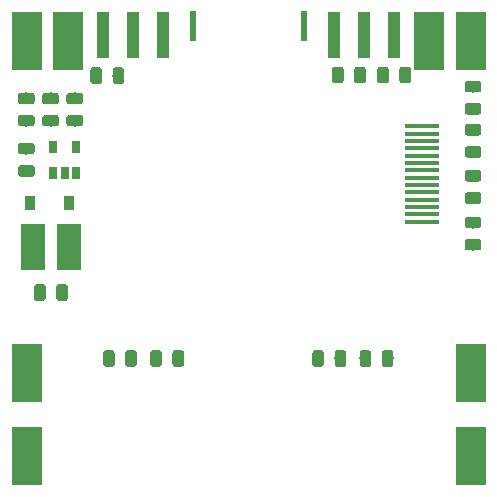
<source format=gbr>
G04 #@! TF.GenerationSoftware,KiCad,Pcbnew,(5.1.4)-1*
G04 #@! TF.CreationDate,2019-12-03T21:31:11+01:00*
G04 #@! TF.ProjectId,Top,546f702e-6b69-4636-9164-5f7063625858,rev?*
G04 #@! TF.SameCoordinates,Original*
G04 #@! TF.FileFunction,Paste,Bot*
G04 #@! TF.FilePolarity,Positive*
%FSLAX46Y46*%
G04 Gerber Fmt 4.6, Leading zero omitted, Abs format (unit mm)*
G04 Created by KiCad (PCBNEW (5.1.4)-1) date 2019-12-03 21:31:11*
%MOMM*%
%LPD*%
G04 APERTURE LIST*
%ADD10C,0.100000*%
%ADD11C,0.975000*%
%ADD12R,2.500000X5.000000*%
%ADD13R,2.000000X4.000000*%
%ADD14R,3.000000X0.320000*%
%ADD15R,1.000000X4.000000*%
%ADD16R,0.650000X1.060000*%
%ADD17R,0.900000X1.200000*%
%ADD18R,0.500000X2.500000*%
G04 APERTURE END LIST*
D10*
G36*
X132155142Y-102326174D02*
G01*
X132178803Y-102329684D01*
X132202007Y-102335496D01*
X132224529Y-102343554D01*
X132246153Y-102353782D01*
X132266670Y-102366079D01*
X132285883Y-102380329D01*
X132303607Y-102396393D01*
X132319671Y-102414117D01*
X132333921Y-102433330D01*
X132346218Y-102453847D01*
X132356446Y-102475471D01*
X132364504Y-102497993D01*
X132370316Y-102521197D01*
X132373826Y-102544858D01*
X132375000Y-102568750D01*
X132375000Y-103056250D01*
X132373826Y-103080142D01*
X132370316Y-103103803D01*
X132364504Y-103127007D01*
X132356446Y-103149529D01*
X132346218Y-103171153D01*
X132333921Y-103191670D01*
X132319671Y-103210883D01*
X132303607Y-103228607D01*
X132285883Y-103244671D01*
X132266670Y-103258921D01*
X132246153Y-103271218D01*
X132224529Y-103281446D01*
X132202007Y-103289504D01*
X132178803Y-103295316D01*
X132155142Y-103298826D01*
X132131250Y-103300000D01*
X131218750Y-103300000D01*
X131194858Y-103298826D01*
X131171197Y-103295316D01*
X131147993Y-103289504D01*
X131125471Y-103281446D01*
X131103847Y-103271218D01*
X131083330Y-103258921D01*
X131064117Y-103244671D01*
X131046393Y-103228607D01*
X131030329Y-103210883D01*
X131016079Y-103191670D01*
X131003782Y-103171153D01*
X130993554Y-103149529D01*
X130985496Y-103127007D01*
X130979684Y-103103803D01*
X130976174Y-103080142D01*
X130975000Y-103056250D01*
X130975000Y-102568750D01*
X130976174Y-102544858D01*
X130979684Y-102521197D01*
X130985496Y-102497993D01*
X130993554Y-102475471D01*
X131003782Y-102453847D01*
X131016079Y-102433330D01*
X131030329Y-102414117D01*
X131046393Y-102396393D01*
X131064117Y-102380329D01*
X131083330Y-102366079D01*
X131103847Y-102353782D01*
X131125471Y-102343554D01*
X131147993Y-102335496D01*
X131171197Y-102329684D01*
X131194858Y-102326174D01*
X131218750Y-102325000D01*
X132131250Y-102325000D01*
X132155142Y-102326174D01*
X132155142Y-102326174D01*
G37*
D11*
X131675000Y-102812500D03*
D10*
G36*
X132155142Y-104201174D02*
G01*
X132178803Y-104204684D01*
X132202007Y-104210496D01*
X132224529Y-104218554D01*
X132246153Y-104228782D01*
X132266670Y-104241079D01*
X132285883Y-104255329D01*
X132303607Y-104271393D01*
X132319671Y-104289117D01*
X132333921Y-104308330D01*
X132346218Y-104328847D01*
X132356446Y-104350471D01*
X132364504Y-104372993D01*
X132370316Y-104396197D01*
X132373826Y-104419858D01*
X132375000Y-104443750D01*
X132375000Y-104931250D01*
X132373826Y-104955142D01*
X132370316Y-104978803D01*
X132364504Y-105002007D01*
X132356446Y-105024529D01*
X132346218Y-105046153D01*
X132333921Y-105066670D01*
X132319671Y-105085883D01*
X132303607Y-105103607D01*
X132285883Y-105119671D01*
X132266670Y-105133921D01*
X132246153Y-105146218D01*
X132224529Y-105156446D01*
X132202007Y-105164504D01*
X132178803Y-105170316D01*
X132155142Y-105173826D01*
X132131250Y-105175000D01*
X131218750Y-105175000D01*
X131194858Y-105173826D01*
X131171197Y-105170316D01*
X131147993Y-105164504D01*
X131125471Y-105156446D01*
X131103847Y-105146218D01*
X131083330Y-105133921D01*
X131064117Y-105119671D01*
X131046393Y-105103607D01*
X131030329Y-105085883D01*
X131016079Y-105066670D01*
X131003782Y-105046153D01*
X130993554Y-105024529D01*
X130985496Y-105002007D01*
X130979684Y-104978803D01*
X130976174Y-104955142D01*
X130975000Y-104931250D01*
X130975000Y-104443750D01*
X130976174Y-104419858D01*
X130979684Y-104396197D01*
X130985496Y-104372993D01*
X130993554Y-104350471D01*
X131003782Y-104328847D01*
X131016079Y-104308330D01*
X131030329Y-104289117D01*
X131046393Y-104271393D01*
X131064117Y-104255329D01*
X131083330Y-104241079D01*
X131103847Y-104228782D01*
X131125471Y-104218554D01*
X131147993Y-104210496D01*
X131171197Y-104204684D01*
X131194858Y-104201174D01*
X131218750Y-104200000D01*
X132131250Y-104200000D01*
X132155142Y-104201174D01*
X132155142Y-104201174D01*
G37*
D11*
X131675000Y-104687500D03*
D12*
X165800000Y-97950000D03*
D13*
X135275000Y-115350000D03*
X132275000Y-115350000D03*
D14*
X165150000Y-105180000D03*
X165150000Y-105800000D03*
X165150000Y-106420000D03*
X165150000Y-107040000D03*
X165150000Y-107660000D03*
X165150000Y-108280000D03*
X165150000Y-108900000D03*
X165150000Y-109520000D03*
X165150000Y-110140000D03*
X165150000Y-110760000D03*
X165150000Y-111380000D03*
X165150000Y-112000000D03*
X165150000Y-112620000D03*
X165150000Y-113240000D03*
D15*
X157720000Y-97450000D03*
X160260000Y-97450000D03*
X162800000Y-97450000D03*
D12*
X169300000Y-97950000D03*
D16*
X135875000Y-109100000D03*
X134925000Y-109100000D03*
X133975000Y-109100000D03*
X133975000Y-106900000D03*
X135875000Y-106900000D03*
D12*
X131700000Y-97950000D03*
X135200000Y-97950000D03*
D10*
G36*
X134967642Y-118551174D02*
G01*
X134991303Y-118554684D01*
X135014507Y-118560496D01*
X135037029Y-118568554D01*
X135058653Y-118578782D01*
X135079170Y-118591079D01*
X135098383Y-118605329D01*
X135116107Y-118621393D01*
X135132171Y-118639117D01*
X135146421Y-118658330D01*
X135158718Y-118678847D01*
X135168946Y-118700471D01*
X135177004Y-118722993D01*
X135182816Y-118746197D01*
X135186326Y-118769858D01*
X135187500Y-118793750D01*
X135187500Y-119706250D01*
X135186326Y-119730142D01*
X135182816Y-119753803D01*
X135177004Y-119777007D01*
X135168946Y-119799529D01*
X135158718Y-119821153D01*
X135146421Y-119841670D01*
X135132171Y-119860883D01*
X135116107Y-119878607D01*
X135098383Y-119894671D01*
X135079170Y-119908921D01*
X135058653Y-119921218D01*
X135037029Y-119931446D01*
X135014507Y-119939504D01*
X134991303Y-119945316D01*
X134967642Y-119948826D01*
X134943750Y-119950000D01*
X134456250Y-119950000D01*
X134432358Y-119948826D01*
X134408697Y-119945316D01*
X134385493Y-119939504D01*
X134362971Y-119931446D01*
X134341347Y-119921218D01*
X134320830Y-119908921D01*
X134301617Y-119894671D01*
X134283893Y-119878607D01*
X134267829Y-119860883D01*
X134253579Y-119841670D01*
X134241282Y-119821153D01*
X134231054Y-119799529D01*
X134222996Y-119777007D01*
X134217184Y-119753803D01*
X134213674Y-119730142D01*
X134212500Y-119706250D01*
X134212500Y-118793750D01*
X134213674Y-118769858D01*
X134217184Y-118746197D01*
X134222996Y-118722993D01*
X134231054Y-118700471D01*
X134241282Y-118678847D01*
X134253579Y-118658330D01*
X134267829Y-118639117D01*
X134283893Y-118621393D01*
X134301617Y-118605329D01*
X134320830Y-118591079D01*
X134341347Y-118578782D01*
X134362971Y-118568554D01*
X134385493Y-118560496D01*
X134408697Y-118554684D01*
X134432358Y-118551174D01*
X134456250Y-118550000D01*
X134943750Y-118550000D01*
X134967642Y-118551174D01*
X134967642Y-118551174D01*
G37*
D11*
X134700000Y-119250000D03*
D10*
G36*
X133092642Y-118551174D02*
G01*
X133116303Y-118554684D01*
X133139507Y-118560496D01*
X133162029Y-118568554D01*
X133183653Y-118578782D01*
X133204170Y-118591079D01*
X133223383Y-118605329D01*
X133241107Y-118621393D01*
X133257171Y-118639117D01*
X133271421Y-118658330D01*
X133283718Y-118678847D01*
X133293946Y-118700471D01*
X133302004Y-118722993D01*
X133307816Y-118746197D01*
X133311326Y-118769858D01*
X133312500Y-118793750D01*
X133312500Y-119706250D01*
X133311326Y-119730142D01*
X133307816Y-119753803D01*
X133302004Y-119777007D01*
X133293946Y-119799529D01*
X133283718Y-119821153D01*
X133271421Y-119841670D01*
X133257171Y-119860883D01*
X133241107Y-119878607D01*
X133223383Y-119894671D01*
X133204170Y-119908921D01*
X133183653Y-119921218D01*
X133162029Y-119931446D01*
X133139507Y-119939504D01*
X133116303Y-119945316D01*
X133092642Y-119948826D01*
X133068750Y-119950000D01*
X132581250Y-119950000D01*
X132557358Y-119948826D01*
X132533697Y-119945316D01*
X132510493Y-119939504D01*
X132487971Y-119931446D01*
X132466347Y-119921218D01*
X132445830Y-119908921D01*
X132426617Y-119894671D01*
X132408893Y-119878607D01*
X132392829Y-119860883D01*
X132378579Y-119841670D01*
X132366282Y-119821153D01*
X132356054Y-119799529D01*
X132347996Y-119777007D01*
X132342184Y-119753803D01*
X132338674Y-119730142D01*
X132337500Y-119706250D01*
X132337500Y-118793750D01*
X132338674Y-118769858D01*
X132342184Y-118746197D01*
X132347996Y-118722993D01*
X132356054Y-118700471D01*
X132366282Y-118678847D01*
X132378579Y-118658330D01*
X132392829Y-118639117D01*
X132408893Y-118621393D01*
X132426617Y-118605329D01*
X132445830Y-118591079D01*
X132466347Y-118578782D01*
X132487971Y-118568554D01*
X132510493Y-118560496D01*
X132533697Y-118554684D01*
X132557358Y-118551174D01*
X132581250Y-118550000D01*
X133068750Y-118550000D01*
X133092642Y-118551174D01*
X133092642Y-118551174D01*
G37*
D11*
X132825000Y-119250000D03*
D10*
G36*
X169980142Y-114701174D02*
G01*
X170003803Y-114704684D01*
X170027007Y-114710496D01*
X170049529Y-114718554D01*
X170071153Y-114728782D01*
X170091670Y-114741079D01*
X170110883Y-114755329D01*
X170128607Y-114771393D01*
X170144671Y-114789117D01*
X170158921Y-114808330D01*
X170171218Y-114828847D01*
X170181446Y-114850471D01*
X170189504Y-114872993D01*
X170195316Y-114896197D01*
X170198826Y-114919858D01*
X170200000Y-114943750D01*
X170200000Y-115431250D01*
X170198826Y-115455142D01*
X170195316Y-115478803D01*
X170189504Y-115502007D01*
X170181446Y-115524529D01*
X170171218Y-115546153D01*
X170158921Y-115566670D01*
X170144671Y-115585883D01*
X170128607Y-115603607D01*
X170110883Y-115619671D01*
X170091670Y-115633921D01*
X170071153Y-115646218D01*
X170049529Y-115656446D01*
X170027007Y-115664504D01*
X170003803Y-115670316D01*
X169980142Y-115673826D01*
X169956250Y-115675000D01*
X169043750Y-115675000D01*
X169019858Y-115673826D01*
X168996197Y-115670316D01*
X168972993Y-115664504D01*
X168950471Y-115656446D01*
X168928847Y-115646218D01*
X168908330Y-115633921D01*
X168889117Y-115619671D01*
X168871393Y-115603607D01*
X168855329Y-115585883D01*
X168841079Y-115566670D01*
X168828782Y-115546153D01*
X168818554Y-115524529D01*
X168810496Y-115502007D01*
X168804684Y-115478803D01*
X168801174Y-115455142D01*
X168800000Y-115431250D01*
X168800000Y-114943750D01*
X168801174Y-114919858D01*
X168804684Y-114896197D01*
X168810496Y-114872993D01*
X168818554Y-114850471D01*
X168828782Y-114828847D01*
X168841079Y-114808330D01*
X168855329Y-114789117D01*
X168871393Y-114771393D01*
X168889117Y-114755329D01*
X168908330Y-114741079D01*
X168928847Y-114728782D01*
X168950471Y-114718554D01*
X168972993Y-114710496D01*
X168996197Y-114704684D01*
X169019858Y-114701174D01*
X169043750Y-114700000D01*
X169956250Y-114700000D01*
X169980142Y-114701174D01*
X169980142Y-114701174D01*
G37*
D11*
X169500000Y-115187500D03*
D10*
G36*
X169980142Y-112826174D02*
G01*
X170003803Y-112829684D01*
X170027007Y-112835496D01*
X170049529Y-112843554D01*
X170071153Y-112853782D01*
X170091670Y-112866079D01*
X170110883Y-112880329D01*
X170128607Y-112896393D01*
X170144671Y-112914117D01*
X170158921Y-112933330D01*
X170171218Y-112953847D01*
X170181446Y-112975471D01*
X170189504Y-112997993D01*
X170195316Y-113021197D01*
X170198826Y-113044858D01*
X170200000Y-113068750D01*
X170200000Y-113556250D01*
X170198826Y-113580142D01*
X170195316Y-113603803D01*
X170189504Y-113627007D01*
X170181446Y-113649529D01*
X170171218Y-113671153D01*
X170158921Y-113691670D01*
X170144671Y-113710883D01*
X170128607Y-113728607D01*
X170110883Y-113744671D01*
X170091670Y-113758921D01*
X170071153Y-113771218D01*
X170049529Y-113781446D01*
X170027007Y-113789504D01*
X170003803Y-113795316D01*
X169980142Y-113798826D01*
X169956250Y-113800000D01*
X169043750Y-113800000D01*
X169019858Y-113798826D01*
X168996197Y-113795316D01*
X168972993Y-113789504D01*
X168950471Y-113781446D01*
X168928847Y-113771218D01*
X168908330Y-113758921D01*
X168889117Y-113744671D01*
X168871393Y-113728607D01*
X168855329Y-113710883D01*
X168841079Y-113691670D01*
X168828782Y-113671153D01*
X168818554Y-113649529D01*
X168810496Y-113627007D01*
X168804684Y-113603803D01*
X168801174Y-113580142D01*
X168800000Y-113556250D01*
X168800000Y-113068750D01*
X168801174Y-113044858D01*
X168804684Y-113021197D01*
X168810496Y-112997993D01*
X168818554Y-112975471D01*
X168828782Y-112953847D01*
X168841079Y-112933330D01*
X168855329Y-112914117D01*
X168871393Y-112896393D01*
X168889117Y-112880329D01*
X168908330Y-112866079D01*
X168928847Y-112853782D01*
X168950471Y-112843554D01*
X168972993Y-112835496D01*
X168996197Y-112829684D01*
X169019858Y-112826174D01*
X169043750Y-112825000D01*
X169956250Y-112825000D01*
X169980142Y-112826174D01*
X169980142Y-112826174D01*
G37*
D11*
X169500000Y-113312500D03*
D10*
G36*
X169980142Y-108876174D02*
G01*
X170003803Y-108879684D01*
X170027007Y-108885496D01*
X170049529Y-108893554D01*
X170071153Y-108903782D01*
X170091670Y-108916079D01*
X170110883Y-108930329D01*
X170128607Y-108946393D01*
X170144671Y-108964117D01*
X170158921Y-108983330D01*
X170171218Y-109003847D01*
X170181446Y-109025471D01*
X170189504Y-109047993D01*
X170195316Y-109071197D01*
X170198826Y-109094858D01*
X170200000Y-109118750D01*
X170200000Y-109606250D01*
X170198826Y-109630142D01*
X170195316Y-109653803D01*
X170189504Y-109677007D01*
X170181446Y-109699529D01*
X170171218Y-109721153D01*
X170158921Y-109741670D01*
X170144671Y-109760883D01*
X170128607Y-109778607D01*
X170110883Y-109794671D01*
X170091670Y-109808921D01*
X170071153Y-109821218D01*
X170049529Y-109831446D01*
X170027007Y-109839504D01*
X170003803Y-109845316D01*
X169980142Y-109848826D01*
X169956250Y-109850000D01*
X169043750Y-109850000D01*
X169019858Y-109848826D01*
X168996197Y-109845316D01*
X168972993Y-109839504D01*
X168950471Y-109831446D01*
X168928847Y-109821218D01*
X168908330Y-109808921D01*
X168889117Y-109794671D01*
X168871393Y-109778607D01*
X168855329Y-109760883D01*
X168841079Y-109741670D01*
X168828782Y-109721153D01*
X168818554Y-109699529D01*
X168810496Y-109677007D01*
X168804684Y-109653803D01*
X168801174Y-109630142D01*
X168800000Y-109606250D01*
X168800000Y-109118750D01*
X168801174Y-109094858D01*
X168804684Y-109071197D01*
X168810496Y-109047993D01*
X168818554Y-109025471D01*
X168828782Y-109003847D01*
X168841079Y-108983330D01*
X168855329Y-108964117D01*
X168871393Y-108946393D01*
X168889117Y-108930329D01*
X168908330Y-108916079D01*
X168928847Y-108903782D01*
X168950471Y-108893554D01*
X168972993Y-108885496D01*
X168996197Y-108879684D01*
X169019858Y-108876174D01*
X169043750Y-108875000D01*
X169956250Y-108875000D01*
X169980142Y-108876174D01*
X169980142Y-108876174D01*
G37*
D11*
X169500000Y-109362500D03*
D10*
G36*
X169980142Y-110751174D02*
G01*
X170003803Y-110754684D01*
X170027007Y-110760496D01*
X170049529Y-110768554D01*
X170071153Y-110778782D01*
X170091670Y-110791079D01*
X170110883Y-110805329D01*
X170128607Y-110821393D01*
X170144671Y-110839117D01*
X170158921Y-110858330D01*
X170171218Y-110878847D01*
X170181446Y-110900471D01*
X170189504Y-110922993D01*
X170195316Y-110946197D01*
X170198826Y-110969858D01*
X170200000Y-110993750D01*
X170200000Y-111481250D01*
X170198826Y-111505142D01*
X170195316Y-111528803D01*
X170189504Y-111552007D01*
X170181446Y-111574529D01*
X170171218Y-111596153D01*
X170158921Y-111616670D01*
X170144671Y-111635883D01*
X170128607Y-111653607D01*
X170110883Y-111669671D01*
X170091670Y-111683921D01*
X170071153Y-111696218D01*
X170049529Y-111706446D01*
X170027007Y-111714504D01*
X170003803Y-111720316D01*
X169980142Y-111723826D01*
X169956250Y-111725000D01*
X169043750Y-111725000D01*
X169019858Y-111723826D01*
X168996197Y-111720316D01*
X168972993Y-111714504D01*
X168950471Y-111706446D01*
X168928847Y-111696218D01*
X168908330Y-111683921D01*
X168889117Y-111669671D01*
X168871393Y-111653607D01*
X168855329Y-111635883D01*
X168841079Y-111616670D01*
X168828782Y-111596153D01*
X168818554Y-111574529D01*
X168810496Y-111552007D01*
X168804684Y-111528803D01*
X168801174Y-111505142D01*
X168800000Y-111481250D01*
X168800000Y-110993750D01*
X168801174Y-110969858D01*
X168804684Y-110946197D01*
X168810496Y-110922993D01*
X168818554Y-110900471D01*
X168828782Y-110878847D01*
X168841079Y-110858330D01*
X168855329Y-110839117D01*
X168871393Y-110821393D01*
X168889117Y-110805329D01*
X168908330Y-110791079D01*
X168928847Y-110778782D01*
X168950471Y-110768554D01*
X168972993Y-110760496D01*
X168996197Y-110754684D01*
X169019858Y-110751174D01*
X169043750Y-110750000D01*
X169956250Y-110750000D01*
X169980142Y-110751174D01*
X169980142Y-110751174D01*
G37*
D11*
X169500000Y-111237500D03*
D10*
G36*
X169980142Y-104976174D02*
G01*
X170003803Y-104979684D01*
X170027007Y-104985496D01*
X170049529Y-104993554D01*
X170071153Y-105003782D01*
X170091670Y-105016079D01*
X170110883Y-105030329D01*
X170128607Y-105046393D01*
X170144671Y-105064117D01*
X170158921Y-105083330D01*
X170171218Y-105103847D01*
X170181446Y-105125471D01*
X170189504Y-105147993D01*
X170195316Y-105171197D01*
X170198826Y-105194858D01*
X170200000Y-105218750D01*
X170200000Y-105706250D01*
X170198826Y-105730142D01*
X170195316Y-105753803D01*
X170189504Y-105777007D01*
X170181446Y-105799529D01*
X170171218Y-105821153D01*
X170158921Y-105841670D01*
X170144671Y-105860883D01*
X170128607Y-105878607D01*
X170110883Y-105894671D01*
X170091670Y-105908921D01*
X170071153Y-105921218D01*
X170049529Y-105931446D01*
X170027007Y-105939504D01*
X170003803Y-105945316D01*
X169980142Y-105948826D01*
X169956250Y-105950000D01*
X169043750Y-105950000D01*
X169019858Y-105948826D01*
X168996197Y-105945316D01*
X168972993Y-105939504D01*
X168950471Y-105931446D01*
X168928847Y-105921218D01*
X168908330Y-105908921D01*
X168889117Y-105894671D01*
X168871393Y-105878607D01*
X168855329Y-105860883D01*
X168841079Y-105841670D01*
X168828782Y-105821153D01*
X168818554Y-105799529D01*
X168810496Y-105777007D01*
X168804684Y-105753803D01*
X168801174Y-105730142D01*
X168800000Y-105706250D01*
X168800000Y-105218750D01*
X168801174Y-105194858D01*
X168804684Y-105171197D01*
X168810496Y-105147993D01*
X168818554Y-105125471D01*
X168828782Y-105103847D01*
X168841079Y-105083330D01*
X168855329Y-105064117D01*
X168871393Y-105046393D01*
X168889117Y-105030329D01*
X168908330Y-105016079D01*
X168928847Y-105003782D01*
X168950471Y-104993554D01*
X168972993Y-104985496D01*
X168996197Y-104979684D01*
X169019858Y-104976174D01*
X169043750Y-104975000D01*
X169956250Y-104975000D01*
X169980142Y-104976174D01*
X169980142Y-104976174D01*
G37*
D11*
X169500000Y-105462500D03*
D10*
G36*
X169980142Y-106851174D02*
G01*
X170003803Y-106854684D01*
X170027007Y-106860496D01*
X170049529Y-106868554D01*
X170071153Y-106878782D01*
X170091670Y-106891079D01*
X170110883Y-106905329D01*
X170128607Y-106921393D01*
X170144671Y-106939117D01*
X170158921Y-106958330D01*
X170171218Y-106978847D01*
X170181446Y-107000471D01*
X170189504Y-107022993D01*
X170195316Y-107046197D01*
X170198826Y-107069858D01*
X170200000Y-107093750D01*
X170200000Y-107581250D01*
X170198826Y-107605142D01*
X170195316Y-107628803D01*
X170189504Y-107652007D01*
X170181446Y-107674529D01*
X170171218Y-107696153D01*
X170158921Y-107716670D01*
X170144671Y-107735883D01*
X170128607Y-107753607D01*
X170110883Y-107769671D01*
X170091670Y-107783921D01*
X170071153Y-107796218D01*
X170049529Y-107806446D01*
X170027007Y-107814504D01*
X170003803Y-107820316D01*
X169980142Y-107823826D01*
X169956250Y-107825000D01*
X169043750Y-107825000D01*
X169019858Y-107823826D01*
X168996197Y-107820316D01*
X168972993Y-107814504D01*
X168950471Y-107806446D01*
X168928847Y-107796218D01*
X168908330Y-107783921D01*
X168889117Y-107769671D01*
X168871393Y-107753607D01*
X168855329Y-107735883D01*
X168841079Y-107716670D01*
X168828782Y-107696153D01*
X168818554Y-107674529D01*
X168810496Y-107652007D01*
X168804684Y-107628803D01*
X168801174Y-107605142D01*
X168800000Y-107581250D01*
X168800000Y-107093750D01*
X168801174Y-107069858D01*
X168804684Y-107046197D01*
X168810496Y-107022993D01*
X168818554Y-107000471D01*
X168828782Y-106978847D01*
X168841079Y-106958330D01*
X168855329Y-106939117D01*
X168871393Y-106921393D01*
X168889117Y-106905329D01*
X168908330Y-106891079D01*
X168928847Y-106878782D01*
X168950471Y-106868554D01*
X168972993Y-106860496D01*
X168996197Y-106854684D01*
X169019858Y-106851174D01*
X169043750Y-106850000D01*
X169956250Y-106850000D01*
X169980142Y-106851174D01*
X169980142Y-106851174D01*
G37*
D11*
X169500000Y-107337500D03*
D10*
G36*
X158317642Y-100126174D02*
G01*
X158341303Y-100129684D01*
X158364507Y-100135496D01*
X158387029Y-100143554D01*
X158408653Y-100153782D01*
X158429170Y-100166079D01*
X158448383Y-100180329D01*
X158466107Y-100196393D01*
X158482171Y-100214117D01*
X158496421Y-100233330D01*
X158508718Y-100253847D01*
X158518946Y-100275471D01*
X158527004Y-100297993D01*
X158532816Y-100321197D01*
X158536326Y-100344858D01*
X158537500Y-100368750D01*
X158537500Y-101281250D01*
X158536326Y-101305142D01*
X158532816Y-101328803D01*
X158527004Y-101352007D01*
X158518946Y-101374529D01*
X158508718Y-101396153D01*
X158496421Y-101416670D01*
X158482171Y-101435883D01*
X158466107Y-101453607D01*
X158448383Y-101469671D01*
X158429170Y-101483921D01*
X158408653Y-101496218D01*
X158387029Y-101506446D01*
X158364507Y-101514504D01*
X158341303Y-101520316D01*
X158317642Y-101523826D01*
X158293750Y-101525000D01*
X157806250Y-101525000D01*
X157782358Y-101523826D01*
X157758697Y-101520316D01*
X157735493Y-101514504D01*
X157712971Y-101506446D01*
X157691347Y-101496218D01*
X157670830Y-101483921D01*
X157651617Y-101469671D01*
X157633893Y-101453607D01*
X157617829Y-101435883D01*
X157603579Y-101416670D01*
X157591282Y-101396153D01*
X157581054Y-101374529D01*
X157572996Y-101352007D01*
X157567184Y-101328803D01*
X157563674Y-101305142D01*
X157562500Y-101281250D01*
X157562500Y-100368750D01*
X157563674Y-100344858D01*
X157567184Y-100321197D01*
X157572996Y-100297993D01*
X157581054Y-100275471D01*
X157591282Y-100253847D01*
X157603579Y-100233330D01*
X157617829Y-100214117D01*
X157633893Y-100196393D01*
X157651617Y-100180329D01*
X157670830Y-100166079D01*
X157691347Y-100153782D01*
X157712971Y-100143554D01*
X157735493Y-100135496D01*
X157758697Y-100129684D01*
X157782358Y-100126174D01*
X157806250Y-100125000D01*
X158293750Y-100125000D01*
X158317642Y-100126174D01*
X158317642Y-100126174D01*
G37*
D11*
X158050000Y-100825000D03*
D10*
G36*
X160192642Y-100126174D02*
G01*
X160216303Y-100129684D01*
X160239507Y-100135496D01*
X160262029Y-100143554D01*
X160283653Y-100153782D01*
X160304170Y-100166079D01*
X160323383Y-100180329D01*
X160341107Y-100196393D01*
X160357171Y-100214117D01*
X160371421Y-100233330D01*
X160383718Y-100253847D01*
X160393946Y-100275471D01*
X160402004Y-100297993D01*
X160407816Y-100321197D01*
X160411326Y-100344858D01*
X160412500Y-100368750D01*
X160412500Y-101281250D01*
X160411326Y-101305142D01*
X160407816Y-101328803D01*
X160402004Y-101352007D01*
X160393946Y-101374529D01*
X160383718Y-101396153D01*
X160371421Y-101416670D01*
X160357171Y-101435883D01*
X160341107Y-101453607D01*
X160323383Y-101469671D01*
X160304170Y-101483921D01*
X160283653Y-101496218D01*
X160262029Y-101506446D01*
X160239507Y-101514504D01*
X160216303Y-101520316D01*
X160192642Y-101523826D01*
X160168750Y-101525000D01*
X159681250Y-101525000D01*
X159657358Y-101523826D01*
X159633697Y-101520316D01*
X159610493Y-101514504D01*
X159587971Y-101506446D01*
X159566347Y-101496218D01*
X159545830Y-101483921D01*
X159526617Y-101469671D01*
X159508893Y-101453607D01*
X159492829Y-101435883D01*
X159478579Y-101416670D01*
X159466282Y-101396153D01*
X159456054Y-101374529D01*
X159447996Y-101352007D01*
X159442184Y-101328803D01*
X159438674Y-101305142D01*
X159437500Y-101281250D01*
X159437500Y-100368750D01*
X159438674Y-100344858D01*
X159442184Y-100321197D01*
X159447996Y-100297993D01*
X159456054Y-100275471D01*
X159466282Y-100253847D01*
X159478579Y-100233330D01*
X159492829Y-100214117D01*
X159508893Y-100196393D01*
X159526617Y-100180329D01*
X159545830Y-100166079D01*
X159566347Y-100153782D01*
X159587971Y-100143554D01*
X159610493Y-100135496D01*
X159633697Y-100129684D01*
X159657358Y-100126174D01*
X159681250Y-100125000D01*
X160168750Y-100125000D01*
X160192642Y-100126174D01*
X160192642Y-100126174D01*
G37*
D11*
X159925000Y-100825000D03*
D10*
G36*
X164017642Y-100126174D02*
G01*
X164041303Y-100129684D01*
X164064507Y-100135496D01*
X164087029Y-100143554D01*
X164108653Y-100153782D01*
X164129170Y-100166079D01*
X164148383Y-100180329D01*
X164166107Y-100196393D01*
X164182171Y-100214117D01*
X164196421Y-100233330D01*
X164208718Y-100253847D01*
X164218946Y-100275471D01*
X164227004Y-100297993D01*
X164232816Y-100321197D01*
X164236326Y-100344858D01*
X164237500Y-100368750D01*
X164237500Y-101281250D01*
X164236326Y-101305142D01*
X164232816Y-101328803D01*
X164227004Y-101352007D01*
X164218946Y-101374529D01*
X164208718Y-101396153D01*
X164196421Y-101416670D01*
X164182171Y-101435883D01*
X164166107Y-101453607D01*
X164148383Y-101469671D01*
X164129170Y-101483921D01*
X164108653Y-101496218D01*
X164087029Y-101506446D01*
X164064507Y-101514504D01*
X164041303Y-101520316D01*
X164017642Y-101523826D01*
X163993750Y-101525000D01*
X163506250Y-101525000D01*
X163482358Y-101523826D01*
X163458697Y-101520316D01*
X163435493Y-101514504D01*
X163412971Y-101506446D01*
X163391347Y-101496218D01*
X163370830Y-101483921D01*
X163351617Y-101469671D01*
X163333893Y-101453607D01*
X163317829Y-101435883D01*
X163303579Y-101416670D01*
X163291282Y-101396153D01*
X163281054Y-101374529D01*
X163272996Y-101352007D01*
X163267184Y-101328803D01*
X163263674Y-101305142D01*
X163262500Y-101281250D01*
X163262500Y-100368750D01*
X163263674Y-100344858D01*
X163267184Y-100321197D01*
X163272996Y-100297993D01*
X163281054Y-100275471D01*
X163291282Y-100253847D01*
X163303579Y-100233330D01*
X163317829Y-100214117D01*
X163333893Y-100196393D01*
X163351617Y-100180329D01*
X163370830Y-100166079D01*
X163391347Y-100153782D01*
X163412971Y-100143554D01*
X163435493Y-100135496D01*
X163458697Y-100129684D01*
X163482358Y-100126174D01*
X163506250Y-100125000D01*
X163993750Y-100125000D01*
X164017642Y-100126174D01*
X164017642Y-100126174D01*
G37*
D11*
X163750000Y-100825000D03*
D10*
G36*
X162142642Y-100126174D02*
G01*
X162166303Y-100129684D01*
X162189507Y-100135496D01*
X162212029Y-100143554D01*
X162233653Y-100153782D01*
X162254170Y-100166079D01*
X162273383Y-100180329D01*
X162291107Y-100196393D01*
X162307171Y-100214117D01*
X162321421Y-100233330D01*
X162333718Y-100253847D01*
X162343946Y-100275471D01*
X162352004Y-100297993D01*
X162357816Y-100321197D01*
X162361326Y-100344858D01*
X162362500Y-100368750D01*
X162362500Y-101281250D01*
X162361326Y-101305142D01*
X162357816Y-101328803D01*
X162352004Y-101352007D01*
X162343946Y-101374529D01*
X162333718Y-101396153D01*
X162321421Y-101416670D01*
X162307171Y-101435883D01*
X162291107Y-101453607D01*
X162273383Y-101469671D01*
X162254170Y-101483921D01*
X162233653Y-101496218D01*
X162212029Y-101506446D01*
X162189507Y-101514504D01*
X162166303Y-101520316D01*
X162142642Y-101523826D01*
X162118750Y-101525000D01*
X161631250Y-101525000D01*
X161607358Y-101523826D01*
X161583697Y-101520316D01*
X161560493Y-101514504D01*
X161537971Y-101506446D01*
X161516347Y-101496218D01*
X161495830Y-101483921D01*
X161476617Y-101469671D01*
X161458893Y-101453607D01*
X161442829Y-101435883D01*
X161428579Y-101416670D01*
X161416282Y-101396153D01*
X161406054Y-101374529D01*
X161397996Y-101352007D01*
X161392184Y-101328803D01*
X161388674Y-101305142D01*
X161387500Y-101281250D01*
X161387500Y-100368750D01*
X161388674Y-100344858D01*
X161392184Y-100321197D01*
X161397996Y-100297993D01*
X161406054Y-100275471D01*
X161416282Y-100253847D01*
X161428579Y-100233330D01*
X161442829Y-100214117D01*
X161458893Y-100196393D01*
X161476617Y-100180329D01*
X161495830Y-100166079D01*
X161516347Y-100153782D01*
X161537971Y-100143554D01*
X161560493Y-100135496D01*
X161583697Y-100129684D01*
X161607358Y-100126174D01*
X161631250Y-100125000D01*
X162118750Y-100125000D01*
X162142642Y-100126174D01*
X162142642Y-100126174D01*
G37*
D11*
X161875000Y-100825000D03*
D10*
G36*
X134205142Y-104201174D02*
G01*
X134228803Y-104204684D01*
X134252007Y-104210496D01*
X134274529Y-104218554D01*
X134296153Y-104228782D01*
X134316670Y-104241079D01*
X134335883Y-104255329D01*
X134353607Y-104271393D01*
X134369671Y-104289117D01*
X134383921Y-104308330D01*
X134396218Y-104328847D01*
X134406446Y-104350471D01*
X134414504Y-104372993D01*
X134420316Y-104396197D01*
X134423826Y-104419858D01*
X134425000Y-104443750D01*
X134425000Y-104931250D01*
X134423826Y-104955142D01*
X134420316Y-104978803D01*
X134414504Y-105002007D01*
X134406446Y-105024529D01*
X134396218Y-105046153D01*
X134383921Y-105066670D01*
X134369671Y-105085883D01*
X134353607Y-105103607D01*
X134335883Y-105119671D01*
X134316670Y-105133921D01*
X134296153Y-105146218D01*
X134274529Y-105156446D01*
X134252007Y-105164504D01*
X134228803Y-105170316D01*
X134205142Y-105173826D01*
X134181250Y-105175000D01*
X133268750Y-105175000D01*
X133244858Y-105173826D01*
X133221197Y-105170316D01*
X133197993Y-105164504D01*
X133175471Y-105156446D01*
X133153847Y-105146218D01*
X133133330Y-105133921D01*
X133114117Y-105119671D01*
X133096393Y-105103607D01*
X133080329Y-105085883D01*
X133066079Y-105066670D01*
X133053782Y-105046153D01*
X133043554Y-105024529D01*
X133035496Y-105002007D01*
X133029684Y-104978803D01*
X133026174Y-104955142D01*
X133025000Y-104931250D01*
X133025000Y-104443750D01*
X133026174Y-104419858D01*
X133029684Y-104396197D01*
X133035496Y-104372993D01*
X133043554Y-104350471D01*
X133053782Y-104328847D01*
X133066079Y-104308330D01*
X133080329Y-104289117D01*
X133096393Y-104271393D01*
X133114117Y-104255329D01*
X133133330Y-104241079D01*
X133153847Y-104228782D01*
X133175471Y-104218554D01*
X133197993Y-104210496D01*
X133221197Y-104204684D01*
X133244858Y-104201174D01*
X133268750Y-104200000D01*
X134181250Y-104200000D01*
X134205142Y-104201174D01*
X134205142Y-104201174D01*
G37*
D11*
X133725000Y-104687500D03*
D10*
G36*
X134205142Y-102326174D02*
G01*
X134228803Y-102329684D01*
X134252007Y-102335496D01*
X134274529Y-102343554D01*
X134296153Y-102353782D01*
X134316670Y-102366079D01*
X134335883Y-102380329D01*
X134353607Y-102396393D01*
X134369671Y-102414117D01*
X134383921Y-102433330D01*
X134396218Y-102453847D01*
X134406446Y-102475471D01*
X134414504Y-102497993D01*
X134420316Y-102521197D01*
X134423826Y-102544858D01*
X134425000Y-102568750D01*
X134425000Y-103056250D01*
X134423826Y-103080142D01*
X134420316Y-103103803D01*
X134414504Y-103127007D01*
X134406446Y-103149529D01*
X134396218Y-103171153D01*
X134383921Y-103191670D01*
X134369671Y-103210883D01*
X134353607Y-103228607D01*
X134335883Y-103244671D01*
X134316670Y-103258921D01*
X134296153Y-103271218D01*
X134274529Y-103281446D01*
X134252007Y-103289504D01*
X134228803Y-103295316D01*
X134205142Y-103298826D01*
X134181250Y-103300000D01*
X133268750Y-103300000D01*
X133244858Y-103298826D01*
X133221197Y-103295316D01*
X133197993Y-103289504D01*
X133175471Y-103281446D01*
X133153847Y-103271218D01*
X133133330Y-103258921D01*
X133114117Y-103244671D01*
X133096393Y-103228607D01*
X133080329Y-103210883D01*
X133066079Y-103191670D01*
X133053782Y-103171153D01*
X133043554Y-103149529D01*
X133035496Y-103127007D01*
X133029684Y-103103803D01*
X133026174Y-103080142D01*
X133025000Y-103056250D01*
X133025000Y-102568750D01*
X133026174Y-102544858D01*
X133029684Y-102521197D01*
X133035496Y-102497993D01*
X133043554Y-102475471D01*
X133053782Y-102453847D01*
X133066079Y-102433330D01*
X133080329Y-102414117D01*
X133096393Y-102396393D01*
X133114117Y-102380329D01*
X133133330Y-102366079D01*
X133153847Y-102353782D01*
X133175471Y-102343554D01*
X133197993Y-102335496D01*
X133221197Y-102329684D01*
X133244858Y-102326174D01*
X133268750Y-102325000D01*
X134181250Y-102325000D01*
X134205142Y-102326174D01*
X134205142Y-102326174D01*
G37*
D11*
X133725000Y-102812500D03*
D10*
G36*
X139730142Y-100176174D02*
G01*
X139753803Y-100179684D01*
X139777007Y-100185496D01*
X139799529Y-100193554D01*
X139821153Y-100203782D01*
X139841670Y-100216079D01*
X139860883Y-100230329D01*
X139878607Y-100246393D01*
X139894671Y-100264117D01*
X139908921Y-100283330D01*
X139921218Y-100303847D01*
X139931446Y-100325471D01*
X139939504Y-100347993D01*
X139945316Y-100371197D01*
X139948826Y-100394858D01*
X139950000Y-100418750D01*
X139950000Y-101331250D01*
X139948826Y-101355142D01*
X139945316Y-101378803D01*
X139939504Y-101402007D01*
X139931446Y-101424529D01*
X139921218Y-101446153D01*
X139908921Y-101466670D01*
X139894671Y-101485883D01*
X139878607Y-101503607D01*
X139860883Y-101519671D01*
X139841670Y-101533921D01*
X139821153Y-101546218D01*
X139799529Y-101556446D01*
X139777007Y-101564504D01*
X139753803Y-101570316D01*
X139730142Y-101573826D01*
X139706250Y-101575000D01*
X139218750Y-101575000D01*
X139194858Y-101573826D01*
X139171197Y-101570316D01*
X139147993Y-101564504D01*
X139125471Y-101556446D01*
X139103847Y-101546218D01*
X139083330Y-101533921D01*
X139064117Y-101519671D01*
X139046393Y-101503607D01*
X139030329Y-101485883D01*
X139016079Y-101466670D01*
X139003782Y-101446153D01*
X138993554Y-101424529D01*
X138985496Y-101402007D01*
X138979684Y-101378803D01*
X138976174Y-101355142D01*
X138975000Y-101331250D01*
X138975000Y-100418750D01*
X138976174Y-100394858D01*
X138979684Y-100371197D01*
X138985496Y-100347993D01*
X138993554Y-100325471D01*
X139003782Y-100303847D01*
X139016079Y-100283330D01*
X139030329Y-100264117D01*
X139046393Y-100246393D01*
X139064117Y-100230329D01*
X139083330Y-100216079D01*
X139103847Y-100203782D01*
X139125471Y-100193554D01*
X139147993Y-100185496D01*
X139171197Y-100179684D01*
X139194858Y-100176174D01*
X139218750Y-100175000D01*
X139706250Y-100175000D01*
X139730142Y-100176174D01*
X139730142Y-100176174D01*
G37*
D11*
X139462500Y-100875000D03*
D10*
G36*
X137855142Y-100176174D02*
G01*
X137878803Y-100179684D01*
X137902007Y-100185496D01*
X137924529Y-100193554D01*
X137946153Y-100203782D01*
X137966670Y-100216079D01*
X137985883Y-100230329D01*
X138003607Y-100246393D01*
X138019671Y-100264117D01*
X138033921Y-100283330D01*
X138046218Y-100303847D01*
X138056446Y-100325471D01*
X138064504Y-100347993D01*
X138070316Y-100371197D01*
X138073826Y-100394858D01*
X138075000Y-100418750D01*
X138075000Y-101331250D01*
X138073826Y-101355142D01*
X138070316Y-101378803D01*
X138064504Y-101402007D01*
X138056446Y-101424529D01*
X138046218Y-101446153D01*
X138033921Y-101466670D01*
X138019671Y-101485883D01*
X138003607Y-101503607D01*
X137985883Y-101519671D01*
X137966670Y-101533921D01*
X137946153Y-101546218D01*
X137924529Y-101556446D01*
X137902007Y-101564504D01*
X137878803Y-101570316D01*
X137855142Y-101573826D01*
X137831250Y-101575000D01*
X137343750Y-101575000D01*
X137319858Y-101573826D01*
X137296197Y-101570316D01*
X137272993Y-101564504D01*
X137250471Y-101556446D01*
X137228847Y-101546218D01*
X137208330Y-101533921D01*
X137189117Y-101519671D01*
X137171393Y-101503607D01*
X137155329Y-101485883D01*
X137141079Y-101466670D01*
X137128782Y-101446153D01*
X137118554Y-101424529D01*
X137110496Y-101402007D01*
X137104684Y-101378803D01*
X137101174Y-101355142D01*
X137100000Y-101331250D01*
X137100000Y-100418750D01*
X137101174Y-100394858D01*
X137104684Y-100371197D01*
X137110496Y-100347993D01*
X137118554Y-100325471D01*
X137128782Y-100303847D01*
X137141079Y-100283330D01*
X137155329Y-100264117D01*
X137171393Y-100246393D01*
X137189117Y-100230329D01*
X137208330Y-100216079D01*
X137228847Y-100203782D01*
X137250471Y-100193554D01*
X137272993Y-100185496D01*
X137296197Y-100179684D01*
X137319858Y-100176174D01*
X137343750Y-100175000D01*
X137831250Y-100175000D01*
X137855142Y-100176174D01*
X137855142Y-100176174D01*
G37*
D11*
X137587500Y-100875000D03*
D10*
G36*
X132155142Y-108451174D02*
G01*
X132178803Y-108454684D01*
X132202007Y-108460496D01*
X132224529Y-108468554D01*
X132246153Y-108478782D01*
X132266670Y-108491079D01*
X132285883Y-108505329D01*
X132303607Y-108521393D01*
X132319671Y-108539117D01*
X132333921Y-108558330D01*
X132346218Y-108578847D01*
X132356446Y-108600471D01*
X132364504Y-108622993D01*
X132370316Y-108646197D01*
X132373826Y-108669858D01*
X132375000Y-108693750D01*
X132375000Y-109181250D01*
X132373826Y-109205142D01*
X132370316Y-109228803D01*
X132364504Y-109252007D01*
X132356446Y-109274529D01*
X132346218Y-109296153D01*
X132333921Y-109316670D01*
X132319671Y-109335883D01*
X132303607Y-109353607D01*
X132285883Y-109369671D01*
X132266670Y-109383921D01*
X132246153Y-109396218D01*
X132224529Y-109406446D01*
X132202007Y-109414504D01*
X132178803Y-109420316D01*
X132155142Y-109423826D01*
X132131250Y-109425000D01*
X131218750Y-109425000D01*
X131194858Y-109423826D01*
X131171197Y-109420316D01*
X131147993Y-109414504D01*
X131125471Y-109406446D01*
X131103847Y-109396218D01*
X131083330Y-109383921D01*
X131064117Y-109369671D01*
X131046393Y-109353607D01*
X131030329Y-109335883D01*
X131016079Y-109316670D01*
X131003782Y-109296153D01*
X130993554Y-109274529D01*
X130985496Y-109252007D01*
X130979684Y-109228803D01*
X130976174Y-109205142D01*
X130975000Y-109181250D01*
X130975000Y-108693750D01*
X130976174Y-108669858D01*
X130979684Y-108646197D01*
X130985496Y-108622993D01*
X130993554Y-108600471D01*
X131003782Y-108578847D01*
X131016079Y-108558330D01*
X131030329Y-108539117D01*
X131046393Y-108521393D01*
X131064117Y-108505329D01*
X131083330Y-108491079D01*
X131103847Y-108478782D01*
X131125471Y-108468554D01*
X131147993Y-108460496D01*
X131171197Y-108454684D01*
X131194858Y-108451174D01*
X131218750Y-108450000D01*
X132131250Y-108450000D01*
X132155142Y-108451174D01*
X132155142Y-108451174D01*
G37*
D11*
X131675000Y-108937500D03*
D10*
G36*
X132155142Y-106576174D02*
G01*
X132178803Y-106579684D01*
X132202007Y-106585496D01*
X132224529Y-106593554D01*
X132246153Y-106603782D01*
X132266670Y-106616079D01*
X132285883Y-106630329D01*
X132303607Y-106646393D01*
X132319671Y-106664117D01*
X132333921Y-106683330D01*
X132346218Y-106703847D01*
X132356446Y-106725471D01*
X132364504Y-106747993D01*
X132370316Y-106771197D01*
X132373826Y-106794858D01*
X132375000Y-106818750D01*
X132375000Y-107306250D01*
X132373826Y-107330142D01*
X132370316Y-107353803D01*
X132364504Y-107377007D01*
X132356446Y-107399529D01*
X132346218Y-107421153D01*
X132333921Y-107441670D01*
X132319671Y-107460883D01*
X132303607Y-107478607D01*
X132285883Y-107494671D01*
X132266670Y-107508921D01*
X132246153Y-107521218D01*
X132224529Y-107531446D01*
X132202007Y-107539504D01*
X132178803Y-107545316D01*
X132155142Y-107548826D01*
X132131250Y-107550000D01*
X131218750Y-107550000D01*
X131194858Y-107548826D01*
X131171197Y-107545316D01*
X131147993Y-107539504D01*
X131125471Y-107531446D01*
X131103847Y-107521218D01*
X131083330Y-107508921D01*
X131064117Y-107494671D01*
X131046393Y-107478607D01*
X131030329Y-107460883D01*
X131016079Y-107441670D01*
X131003782Y-107421153D01*
X130993554Y-107399529D01*
X130985496Y-107377007D01*
X130979684Y-107353803D01*
X130976174Y-107330142D01*
X130975000Y-107306250D01*
X130975000Y-106818750D01*
X130976174Y-106794858D01*
X130979684Y-106771197D01*
X130985496Y-106747993D01*
X130993554Y-106725471D01*
X131003782Y-106703847D01*
X131016079Y-106683330D01*
X131030329Y-106664117D01*
X131046393Y-106646393D01*
X131064117Y-106630329D01*
X131083330Y-106616079D01*
X131103847Y-106603782D01*
X131125471Y-106593554D01*
X131147993Y-106585496D01*
X131171197Y-106579684D01*
X131194858Y-106576174D01*
X131218750Y-106575000D01*
X132131250Y-106575000D01*
X132155142Y-106576174D01*
X132155142Y-106576174D01*
G37*
D11*
X131675000Y-107062500D03*
D10*
G36*
X136255142Y-104201174D02*
G01*
X136278803Y-104204684D01*
X136302007Y-104210496D01*
X136324529Y-104218554D01*
X136346153Y-104228782D01*
X136366670Y-104241079D01*
X136385883Y-104255329D01*
X136403607Y-104271393D01*
X136419671Y-104289117D01*
X136433921Y-104308330D01*
X136446218Y-104328847D01*
X136456446Y-104350471D01*
X136464504Y-104372993D01*
X136470316Y-104396197D01*
X136473826Y-104419858D01*
X136475000Y-104443750D01*
X136475000Y-104931250D01*
X136473826Y-104955142D01*
X136470316Y-104978803D01*
X136464504Y-105002007D01*
X136456446Y-105024529D01*
X136446218Y-105046153D01*
X136433921Y-105066670D01*
X136419671Y-105085883D01*
X136403607Y-105103607D01*
X136385883Y-105119671D01*
X136366670Y-105133921D01*
X136346153Y-105146218D01*
X136324529Y-105156446D01*
X136302007Y-105164504D01*
X136278803Y-105170316D01*
X136255142Y-105173826D01*
X136231250Y-105175000D01*
X135318750Y-105175000D01*
X135294858Y-105173826D01*
X135271197Y-105170316D01*
X135247993Y-105164504D01*
X135225471Y-105156446D01*
X135203847Y-105146218D01*
X135183330Y-105133921D01*
X135164117Y-105119671D01*
X135146393Y-105103607D01*
X135130329Y-105085883D01*
X135116079Y-105066670D01*
X135103782Y-105046153D01*
X135093554Y-105024529D01*
X135085496Y-105002007D01*
X135079684Y-104978803D01*
X135076174Y-104955142D01*
X135075000Y-104931250D01*
X135075000Y-104443750D01*
X135076174Y-104419858D01*
X135079684Y-104396197D01*
X135085496Y-104372993D01*
X135093554Y-104350471D01*
X135103782Y-104328847D01*
X135116079Y-104308330D01*
X135130329Y-104289117D01*
X135146393Y-104271393D01*
X135164117Y-104255329D01*
X135183330Y-104241079D01*
X135203847Y-104228782D01*
X135225471Y-104218554D01*
X135247993Y-104210496D01*
X135271197Y-104204684D01*
X135294858Y-104201174D01*
X135318750Y-104200000D01*
X136231250Y-104200000D01*
X136255142Y-104201174D01*
X136255142Y-104201174D01*
G37*
D11*
X135775000Y-104687500D03*
D10*
G36*
X136255142Y-102326174D02*
G01*
X136278803Y-102329684D01*
X136302007Y-102335496D01*
X136324529Y-102343554D01*
X136346153Y-102353782D01*
X136366670Y-102366079D01*
X136385883Y-102380329D01*
X136403607Y-102396393D01*
X136419671Y-102414117D01*
X136433921Y-102433330D01*
X136446218Y-102453847D01*
X136456446Y-102475471D01*
X136464504Y-102497993D01*
X136470316Y-102521197D01*
X136473826Y-102544858D01*
X136475000Y-102568750D01*
X136475000Y-103056250D01*
X136473826Y-103080142D01*
X136470316Y-103103803D01*
X136464504Y-103127007D01*
X136456446Y-103149529D01*
X136446218Y-103171153D01*
X136433921Y-103191670D01*
X136419671Y-103210883D01*
X136403607Y-103228607D01*
X136385883Y-103244671D01*
X136366670Y-103258921D01*
X136346153Y-103271218D01*
X136324529Y-103281446D01*
X136302007Y-103289504D01*
X136278803Y-103295316D01*
X136255142Y-103298826D01*
X136231250Y-103300000D01*
X135318750Y-103300000D01*
X135294858Y-103298826D01*
X135271197Y-103295316D01*
X135247993Y-103289504D01*
X135225471Y-103281446D01*
X135203847Y-103271218D01*
X135183330Y-103258921D01*
X135164117Y-103244671D01*
X135146393Y-103228607D01*
X135130329Y-103210883D01*
X135116079Y-103191670D01*
X135103782Y-103171153D01*
X135093554Y-103149529D01*
X135085496Y-103127007D01*
X135079684Y-103103803D01*
X135076174Y-103080142D01*
X135075000Y-103056250D01*
X135075000Y-102568750D01*
X135076174Y-102544858D01*
X135079684Y-102521197D01*
X135085496Y-102497993D01*
X135093554Y-102475471D01*
X135103782Y-102453847D01*
X135116079Y-102433330D01*
X135130329Y-102414117D01*
X135146393Y-102396393D01*
X135164117Y-102380329D01*
X135183330Y-102366079D01*
X135203847Y-102353782D01*
X135225471Y-102343554D01*
X135247993Y-102335496D01*
X135271197Y-102329684D01*
X135294858Y-102326174D01*
X135318750Y-102325000D01*
X136231250Y-102325000D01*
X136255142Y-102326174D01*
X136255142Y-102326174D01*
G37*
D11*
X135775000Y-102812500D03*
D10*
G36*
X169980142Y-101326174D02*
G01*
X170003803Y-101329684D01*
X170027007Y-101335496D01*
X170049529Y-101343554D01*
X170071153Y-101353782D01*
X170091670Y-101366079D01*
X170110883Y-101380329D01*
X170128607Y-101396393D01*
X170144671Y-101414117D01*
X170158921Y-101433330D01*
X170171218Y-101453847D01*
X170181446Y-101475471D01*
X170189504Y-101497993D01*
X170195316Y-101521197D01*
X170198826Y-101544858D01*
X170200000Y-101568750D01*
X170200000Y-102056250D01*
X170198826Y-102080142D01*
X170195316Y-102103803D01*
X170189504Y-102127007D01*
X170181446Y-102149529D01*
X170171218Y-102171153D01*
X170158921Y-102191670D01*
X170144671Y-102210883D01*
X170128607Y-102228607D01*
X170110883Y-102244671D01*
X170091670Y-102258921D01*
X170071153Y-102271218D01*
X170049529Y-102281446D01*
X170027007Y-102289504D01*
X170003803Y-102295316D01*
X169980142Y-102298826D01*
X169956250Y-102300000D01*
X169043750Y-102300000D01*
X169019858Y-102298826D01*
X168996197Y-102295316D01*
X168972993Y-102289504D01*
X168950471Y-102281446D01*
X168928847Y-102271218D01*
X168908330Y-102258921D01*
X168889117Y-102244671D01*
X168871393Y-102228607D01*
X168855329Y-102210883D01*
X168841079Y-102191670D01*
X168828782Y-102171153D01*
X168818554Y-102149529D01*
X168810496Y-102127007D01*
X168804684Y-102103803D01*
X168801174Y-102080142D01*
X168800000Y-102056250D01*
X168800000Y-101568750D01*
X168801174Y-101544858D01*
X168804684Y-101521197D01*
X168810496Y-101497993D01*
X168818554Y-101475471D01*
X168828782Y-101453847D01*
X168841079Y-101433330D01*
X168855329Y-101414117D01*
X168871393Y-101396393D01*
X168889117Y-101380329D01*
X168908330Y-101366079D01*
X168928847Y-101353782D01*
X168950471Y-101343554D01*
X168972993Y-101335496D01*
X168996197Y-101329684D01*
X169019858Y-101326174D01*
X169043750Y-101325000D01*
X169956250Y-101325000D01*
X169980142Y-101326174D01*
X169980142Y-101326174D01*
G37*
D11*
X169500000Y-101812500D03*
D10*
G36*
X169980142Y-103201174D02*
G01*
X170003803Y-103204684D01*
X170027007Y-103210496D01*
X170049529Y-103218554D01*
X170071153Y-103228782D01*
X170091670Y-103241079D01*
X170110883Y-103255329D01*
X170128607Y-103271393D01*
X170144671Y-103289117D01*
X170158921Y-103308330D01*
X170171218Y-103328847D01*
X170181446Y-103350471D01*
X170189504Y-103372993D01*
X170195316Y-103396197D01*
X170198826Y-103419858D01*
X170200000Y-103443750D01*
X170200000Y-103931250D01*
X170198826Y-103955142D01*
X170195316Y-103978803D01*
X170189504Y-104002007D01*
X170181446Y-104024529D01*
X170171218Y-104046153D01*
X170158921Y-104066670D01*
X170144671Y-104085883D01*
X170128607Y-104103607D01*
X170110883Y-104119671D01*
X170091670Y-104133921D01*
X170071153Y-104146218D01*
X170049529Y-104156446D01*
X170027007Y-104164504D01*
X170003803Y-104170316D01*
X169980142Y-104173826D01*
X169956250Y-104175000D01*
X169043750Y-104175000D01*
X169019858Y-104173826D01*
X168996197Y-104170316D01*
X168972993Y-104164504D01*
X168950471Y-104156446D01*
X168928847Y-104146218D01*
X168908330Y-104133921D01*
X168889117Y-104119671D01*
X168871393Y-104103607D01*
X168855329Y-104085883D01*
X168841079Y-104066670D01*
X168828782Y-104046153D01*
X168818554Y-104024529D01*
X168810496Y-104002007D01*
X168804684Y-103978803D01*
X168801174Y-103955142D01*
X168800000Y-103931250D01*
X168800000Y-103443750D01*
X168801174Y-103419858D01*
X168804684Y-103396197D01*
X168810496Y-103372993D01*
X168818554Y-103350471D01*
X168828782Y-103328847D01*
X168841079Y-103308330D01*
X168855329Y-103289117D01*
X168871393Y-103271393D01*
X168889117Y-103255329D01*
X168908330Y-103241079D01*
X168928847Y-103228782D01*
X168950471Y-103218554D01*
X168972993Y-103210496D01*
X168996197Y-103204684D01*
X169019858Y-103201174D01*
X169043750Y-103200000D01*
X169956250Y-103200000D01*
X169980142Y-103201174D01*
X169980142Y-103201174D01*
G37*
D11*
X169500000Y-103687500D03*
D12*
X131700000Y-133050000D03*
X169300000Y-133050000D03*
D17*
X135300000Y-111625000D03*
X132000000Y-111625000D03*
D12*
X131700000Y-126050000D03*
X169300000Y-126050000D03*
D15*
X138200000Y-97450000D03*
D10*
G36*
X144805142Y-124126174D02*
G01*
X144828803Y-124129684D01*
X144852007Y-124135496D01*
X144874529Y-124143554D01*
X144896153Y-124153782D01*
X144916670Y-124166079D01*
X144935883Y-124180329D01*
X144953607Y-124196393D01*
X144969671Y-124214117D01*
X144983921Y-124233330D01*
X144996218Y-124253847D01*
X145006446Y-124275471D01*
X145014504Y-124297993D01*
X145020316Y-124321197D01*
X145023826Y-124344858D01*
X145025000Y-124368750D01*
X145025000Y-125281250D01*
X145023826Y-125305142D01*
X145020316Y-125328803D01*
X145014504Y-125352007D01*
X145006446Y-125374529D01*
X144996218Y-125396153D01*
X144983921Y-125416670D01*
X144969671Y-125435883D01*
X144953607Y-125453607D01*
X144935883Y-125469671D01*
X144916670Y-125483921D01*
X144896153Y-125496218D01*
X144874529Y-125506446D01*
X144852007Y-125514504D01*
X144828803Y-125520316D01*
X144805142Y-125523826D01*
X144781250Y-125525000D01*
X144293750Y-125525000D01*
X144269858Y-125523826D01*
X144246197Y-125520316D01*
X144222993Y-125514504D01*
X144200471Y-125506446D01*
X144178847Y-125496218D01*
X144158330Y-125483921D01*
X144139117Y-125469671D01*
X144121393Y-125453607D01*
X144105329Y-125435883D01*
X144091079Y-125416670D01*
X144078782Y-125396153D01*
X144068554Y-125374529D01*
X144060496Y-125352007D01*
X144054684Y-125328803D01*
X144051174Y-125305142D01*
X144050000Y-125281250D01*
X144050000Y-124368750D01*
X144051174Y-124344858D01*
X144054684Y-124321197D01*
X144060496Y-124297993D01*
X144068554Y-124275471D01*
X144078782Y-124253847D01*
X144091079Y-124233330D01*
X144105329Y-124214117D01*
X144121393Y-124196393D01*
X144139117Y-124180329D01*
X144158330Y-124166079D01*
X144178847Y-124153782D01*
X144200471Y-124143554D01*
X144222993Y-124135496D01*
X144246197Y-124129684D01*
X144269858Y-124126174D01*
X144293750Y-124125000D01*
X144781250Y-124125000D01*
X144805142Y-124126174D01*
X144805142Y-124126174D01*
G37*
D11*
X144537500Y-124825000D03*
D10*
G36*
X142930142Y-124126174D02*
G01*
X142953803Y-124129684D01*
X142977007Y-124135496D01*
X142999529Y-124143554D01*
X143021153Y-124153782D01*
X143041670Y-124166079D01*
X143060883Y-124180329D01*
X143078607Y-124196393D01*
X143094671Y-124214117D01*
X143108921Y-124233330D01*
X143121218Y-124253847D01*
X143131446Y-124275471D01*
X143139504Y-124297993D01*
X143145316Y-124321197D01*
X143148826Y-124344858D01*
X143150000Y-124368750D01*
X143150000Y-125281250D01*
X143148826Y-125305142D01*
X143145316Y-125328803D01*
X143139504Y-125352007D01*
X143131446Y-125374529D01*
X143121218Y-125396153D01*
X143108921Y-125416670D01*
X143094671Y-125435883D01*
X143078607Y-125453607D01*
X143060883Y-125469671D01*
X143041670Y-125483921D01*
X143021153Y-125496218D01*
X142999529Y-125506446D01*
X142977007Y-125514504D01*
X142953803Y-125520316D01*
X142930142Y-125523826D01*
X142906250Y-125525000D01*
X142418750Y-125525000D01*
X142394858Y-125523826D01*
X142371197Y-125520316D01*
X142347993Y-125514504D01*
X142325471Y-125506446D01*
X142303847Y-125496218D01*
X142283330Y-125483921D01*
X142264117Y-125469671D01*
X142246393Y-125453607D01*
X142230329Y-125435883D01*
X142216079Y-125416670D01*
X142203782Y-125396153D01*
X142193554Y-125374529D01*
X142185496Y-125352007D01*
X142179684Y-125328803D01*
X142176174Y-125305142D01*
X142175000Y-125281250D01*
X142175000Y-124368750D01*
X142176174Y-124344858D01*
X142179684Y-124321197D01*
X142185496Y-124297993D01*
X142193554Y-124275471D01*
X142203782Y-124253847D01*
X142216079Y-124233330D01*
X142230329Y-124214117D01*
X142246393Y-124196393D01*
X142264117Y-124180329D01*
X142283330Y-124166079D01*
X142303847Y-124153782D01*
X142325471Y-124143554D01*
X142347993Y-124135496D01*
X142371197Y-124129684D01*
X142394858Y-124126174D01*
X142418750Y-124125000D01*
X142906250Y-124125000D01*
X142930142Y-124126174D01*
X142930142Y-124126174D01*
G37*
D11*
X142662500Y-124825000D03*
D10*
G36*
X156655142Y-124126174D02*
G01*
X156678803Y-124129684D01*
X156702007Y-124135496D01*
X156724529Y-124143554D01*
X156746153Y-124153782D01*
X156766670Y-124166079D01*
X156785883Y-124180329D01*
X156803607Y-124196393D01*
X156819671Y-124214117D01*
X156833921Y-124233330D01*
X156846218Y-124253847D01*
X156856446Y-124275471D01*
X156864504Y-124297993D01*
X156870316Y-124321197D01*
X156873826Y-124344858D01*
X156875000Y-124368750D01*
X156875000Y-125281250D01*
X156873826Y-125305142D01*
X156870316Y-125328803D01*
X156864504Y-125352007D01*
X156856446Y-125374529D01*
X156846218Y-125396153D01*
X156833921Y-125416670D01*
X156819671Y-125435883D01*
X156803607Y-125453607D01*
X156785883Y-125469671D01*
X156766670Y-125483921D01*
X156746153Y-125496218D01*
X156724529Y-125506446D01*
X156702007Y-125514504D01*
X156678803Y-125520316D01*
X156655142Y-125523826D01*
X156631250Y-125525000D01*
X156143750Y-125525000D01*
X156119858Y-125523826D01*
X156096197Y-125520316D01*
X156072993Y-125514504D01*
X156050471Y-125506446D01*
X156028847Y-125496218D01*
X156008330Y-125483921D01*
X155989117Y-125469671D01*
X155971393Y-125453607D01*
X155955329Y-125435883D01*
X155941079Y-125416670D01*
X155928782Y-125396153D01*
X155918554Y-125374529D01*
X155910496Y-125352007D01*
X155904684Y-125328803D01*
X155901174Y-125305142D01*
X155900000Y-125281250D01*
X155900000Y-124368750D01*
X155901174Y-124344858D01*
X155904684Y-124321197D01*
X155910496Y-124297993D01*
X155918554Y-124275471D01*
X155928782Y-124253847D01*
X155941079Y-124233330D01*
X155955329Y-124214117D01*
X155971393Y-124196393D01*
X155989117Y-124180329D01*
X156008330Y-124166079D01*
X156028847Y-124153782D01*
X156050471Y-124143554D01*
X156072993Y-124135496D01*
X156096197Y-124129684D01*
X156119858Y-124126174D01*
X156143750Y-124125000D01*
X156631250Y-124125000D01*
X156655142Y-124126174D01*
X156655142Y-124126174D01*
G37*
D11*
X156387500Y-124825000D03*
D10*
G36*
X158530142Y-124126174D02*
G01*
X158553803Y-124129684D01*
X158577007Y-124135496D01*
X158599529Y-124143554D01*
X158621153Y-124153782D01*
X158641670Y-124166079D01*
X158660883Y-124180329D01*
X158678607Y-124196393D01*
X158694671Y-124214117D01*
X158708921Y-124233330D01*
X158721218Y-124253847D01*
X158731446Y-124275471D01*
X158739504Y-124297993D01*
X158745316Y-124321197D01*
X158748826Y-124344858D01*
X158750000Y-124368750D01*
X158750000Y-125281250D01*
X158748826Y-125305142D01*
X158745316Y-125328803D01*
X158739504Y-125352007D01*
X158731446Y-125374529D01*
X158721218Y-125396153D01*
X158708921Y-125416670D01*
X158694671Y-125435883D01*
X158678607Y-125453607D01*
X158660883Y-125469671D01*
X158641670Y-125483921D01*
X158621153Y-125496218D01*
X158599529Y-125506446D01*
X158577007Y-125514504D01*
X158553803Y-125520316D01*
X158530142Y-125523826D01*
X158506250Y-125525000D01*
X158018750Y-125525000D01*
X157994858Y-125523826D01*
X157971197Y-125520316D01*
X157947993Y-125514504D01*
X157925471Y-125506446D01*
X157903847Y-125496218D01*
X157883330Y-125483921D01*
X157864117Y-125469671D01*
X157846393Y-125453607D01*
X157830329Y-125435883D01*
X157816079Y-125416670D01*
X157803782Y-125396153D01*
X157793554Y-125374529D01*
X157785496Y-125352007D01*
X157779684Y-125328803D01*
X157776174Y-125305142D01*
X157775000Y-125281250D01*
X157775000Y-124368750D01*
X157776174Y-124344858D01*
X157779684Y-124321197D01*
X157785496Y-124297993D01*
X157793554Y-124275471D01*
X157803782Y-124253847D01*
X157816079Y-124233330D01*
X157830329Y-124214117D01*
X157846393Y-124196393D01*
X157864117Y-124180329D01*
X157883330Y-124166079D01*
X157903847Y-124153782D01*
X157925471Y-124143554D01*
X157947993Y-124135496D01*
X157971197Y-124129684D01*
X157994858Y-124126174D01*
X158018750Y-124125000D01*
X158506250Y-124125000D01*
X158530142Y-124126174D01*
X158530142Y-124126174D01*
G37*
D11*
X158262500Y-124825000D03*
D15*
X140740000Y-97450000D03*
X143280000Y-97450000D03*
D18*
X155175000Y-96700000D03*
X145825000Y-96700000D03*
D10*
G36*
X138930142Y-124126174D02*
G01*
X138953803Y-124129684D01*
X138977007Y-124135496D01*
X138999529Y-124143554D01*
X139021153Y-124153782D01*
X139041670Y-124166079D01*
X139060883Y-124180329D01*
X139078607Y-124196393D01*
X139094671Y-124214117D01*
X139108921Y-124233330D01*
X139121218Y-124253847D01*
X139131446Y-124275471D01*
X139139504Y-124297993D01*
X139145316Y-124321197D01*
X139148826Y-124344858D01*
X139150000Y-124368750D01*
X139150000Y-125281250D01*
X139148826Y-125305142D01*
X139145316Y-125328803D01*
X139139504Y-125352007D01*
X139131446Y-125374529D01*
X139121218Y-125396153D01*
X139108921Y-125416670D01*
X139094671Y-125435883D01*
X139078607Y-125453607D01*
X139060883Y-125469671D01*
X139041670Y-125483921D01*
X139021153Y-125496218D01*
X138999529Y-125506446D01*
X138977007Y-125514504D01*
X138953803Y-125520316D01*
X138930142Y-125523826D01*
X138906250Y-125525000D01*
X138418750Y-125525000D01*
X138394858Y-125523826D01*
X138371197Y-125520316D01*
X138347993Y-125514504D01*
X138325471Y-125506446D01*
X138303847Y-125496218D01*
X138283330Y-125483921D01*
X138264117Y-125469671D01*
X138246393Y-125453607D01*
X138230329Y-125435883D01*
X138216079Y-125416670D01*
X138203782Y-125396153D01*
X138193554Y-125374529D01*
X138185496Y-125352007D01*
X138179684Y-125328803D01*
X138176174Y-125305142D01*
X138175000Y-125281250D01*
X138175000Y-124368750D01*
X138176174Y-124344858D01*
X138179684Y-124321197D01*
X138185496Y-124297993D01*
X138193554Y-124275471D01*
X138203782Y-124253847D01*
X138216079Y-124233330D01*
X138230329Y-124214117D01*
X138246393Y-124196393D01*
X138264117Y-124180329D01*
X138283330Y-124166079D01*
X138303847Y-124153782D01*
X138325471Y-124143554D01*
X138347993Y-124135496D01*
X138371197Y-124129684D01*
X138394858Y-124126174D01*
X138418750Y-124125000D01*
X138906250Y-124125000D01*
X138930142Y-124126174D01*
X138930142Y-124126174D01*
G37*
D11*
X138662500Y-124825000D03*
D10*
G36*
X140805142Y-124126174D02*
G01*
X140828803Y-124129684D01*
X140852007Y-124135496D01*
X140874529Y-124143554D01*
X140896153Y-124153782D01*
X140916670Y-124166079D01*
X140935883Y-124180329D01*
X140953607Y-124196393D01*
X140969671Y-124214117D01*
X140983921Y-124233330D01*
X140996218Y-124253847D01*
X141006446Y-124275471D01*
X141014504Y-124297993D01*
X141020316Y-124321197D01*
X141023826Y-124344858D01*
X141025000Y-124368750D01*
X141025000Y-125281250D01*
X141023826Y-125305142D01*
X141020316Y-125328803D01*
X141014504Y-125352007D01*
X141006446Y-125374529D01*
X140996218Y-125396153D01*
X140983921Y-125416670D01*
X140969671Y-125435883D01*
X140953607Y-125453607D01*
X140935883Y-125469671D01*
X140916670Y-125483921D01*
X140896153Y-125496218D01*
X140874529Y-125506446D01*
X140852007Y-125514504D01*
X140828803Y-125520316D01*
X140805142Y-125523826D01*
X140781250Y-125525000D01*
X140293750Y-125525000D01*
X140269858Y-125523826D01*
X140246197Y-125520316D01*
X140222993Y-125514504D01*
X140200471Y-125506446D01*
X140178847Y-125496218D01*
X140158330Y-125483921D01*
X140139117Y-125469671D01*
X140121393Y-125453607D01*
X140105329Y-125435883D01*
X140091079Y-125416670D01*
X140078782Y-125396153D01*
X140068554Y-125374529D01*
X140060496Y-125352007D01*
X140054684Y-125328803D01*
X140051174Y-125305142D01*
X140050000Y-125281250D01*
X140050000Y-124368750D01*
X140051174Y-124344858D01*
X140054684Y-124321197D01*
X140060496Y-124297993D01*
X140068554Y-124275471D01*
X140078782Y-124253847D01*
X140091079Y-124233330D01*
X140105329Y-124214117D01*
X140121393Y-124196393D01*
X140139117Y-124180329D01*
X140158330Y-124166079D01*
X140178847Y-124153782D01*
X140200471Y-124143554D01*
X140222993Y-124135496D01*
X140246197Y-124129684D01*
X140269858Y-124126174D01*
X140293750Y-124125000D01*
X140781250Y-124125000D01*
X140805142Y-124126174D01*
X140805142Y-124126174D01*
G37*
D11*
X140537500Y-124825000D03*
D10*
G36*
X160655142Y-124126174D02*
G01*
X160678803Y-124129684D01*
X160702007Y-124135496D01*
X160724529Y-124143554D01*
X160746153Y-124153782D01*
X160766670Y-124166079D01*
X160785883Y-124180329D01*
X160803607Y-124196393D01*
X160819671Y-124214117D01*
X160833921Y-124233330D01*
X160846218Y-124253847D01*
X160856446Y-124275471D01*
X160864504Y-124297993D01*
X160870316Y-124321197D01*
X160873826Y-124344858D01*
X160875000Y-124368750D01*
X160875000Y-125281250D01*
X160873826Y-125305142D01*
X160870316Y-125328803D01*
X160864504Y-125352007D01*
X160856446Y-125374529D01*
X160846218Y-125396153D01*
X160833921Y-125416670D01*
X160819671Y-125435883D01*
X160803607Y-125453607D01*
X160785883Y-125469671D01*
X160766670Y-125483921D01*
X160746153Y-125496218D01*
X160724529Y-125506446D01*
X160702007Y-125514504D01*
X160678803Y-125520316D01*
X160655142Y-125523826D01*
X160631250Y-125525000D01*
X160143750Y-125525000D01*
X160119858Y-125523826D01*
X160096197Y-125520316D01*
X160072993Y-125514504D01*
X160050471Y-125506446D01*
X160028847Y-125496218D01*
X160008330Y-125483921D01*
X159989117Y-125469671D01*
X159971393Y-125453607D01*
X159955329Y-125435883D01*
X159941079Y-125416670D01*
X159928782Y-125396153D01*
X159918554Y-125374529D01*
X159910496Y-125352007D01*
X159904684Y-125328803D01*
X159901174Y-125305142D01*
X159900000Y-125281250D01*
X159900000Y-124368750D01*
X159901174Y-124344858D01*
X159904684Y-124321197D01*
X159910496Y-124297993D01*
X159918554Y-124275471D01*
X159928782Y-124253847D01*
X159941079Y-124233330D01*
X159955329Y-124214117D01*
X159971393Y-124196393D01*
X159989117Y-124180329D01*
X160008330Y-124166079D01*
X160028847Y-124153782D01*
X160050471Y-124143554D01*
X160072993Y-124135496D01*
X160096197Y-124129684D01*
X160119858Y-124126174D01*
X160143750Y-124125000D01*
X160631250Y-124125000D01*
X160655142Y-124126174D01*
X160655142Y-124126174D01*
G37*
D11*
X160387500Y-124825000D03*
D10*
G36*
X162530142Y-124126174D02*
G01*
X162553803Y-124129684D01*
X162577007Y-124135496D01*
X162599529Y-124143554D01*
X162621153Y-124153782D01*
X162641670Y-124166079D01*
X162660883Y-124180329D01*
X162678607Y-124196393D01*
X162694671Y-124214117D01*
X162708921Y-124233330D01*
X162721218Y-124253847D01*
X162731446Y-124275471D01*
X162739504Y-124297993D01*
X162745316Y-124321197D01*
X162748826Y-124344858D01*
X162750000Y-124368750D01*
X162750000Y-125281250D01*
X162748826Y-125305142D01*
X162745316Y-125328803D01*
X162739504Y-125352007D01*
X162731446Y-125374529D01*
X162721218Y-125396153D01*
X162708921Y-125416670D01*
X162694671Y-125435883D01*
X162678607Y-125453607D01*
X162660883Y-125469671D01*
X162641670Y-125483921D01*
X162621153Y-125496218D01*
X162599529Y-125506446D01*
X162577007Y-125514504D01*
X162553803Y-125520316D01*
X162530142Y-125523826D01*
X162506250Y-125525000D01*
X162018750Y-125525000D01*
X161994858Y-125523826D01*
X161971197Y-125520316D01*
X161947993Y-125514504D01*
X161925471Y-125506446D01*
X161903847Y-125496218D01*
X161883330Y-125483921D01*
X161864117Y-125469671D01*
X161846393Y-125453607D01*
X161830329Y-125435883D01*
X161816079Y-125416670D01*
X161803782Y-125396153D01*
X161793554Y-125374529D01*
X161785496Y-125352007D01*
X161779684Y-125328803D01*
X161776174Y-125305142D01*
X161775000Y-125281250D01*
X161775000Y-124368750D01*
X161776174Y-124344858D01*
X161779684Y-124321197D01*
X161785496Y-124297993D01*
X161793554Y-124275471D01*
X161803782Y-124253847D01*
X161816079Y-124233330D01*
X161830329Y-124214117D01*
X161846393Y-124196393D01*
X161864117Y-124180329D01*
X161883330Y-124166079D01*
X161903847Y-124153782D01*
X161925471Y-124143554D01*
X161947993Y-124135496D01*
X161971197Y-124129684D01*
X161994858Y-124126174D01*
X162018750Y-124125000D01*
X162506250Y-124125000D01*
X162530142Y-124126174D01*
X162530142Y-124126174D01*
G37*
D11*
X162262500Y-124825000D03*
M02*

</source>
